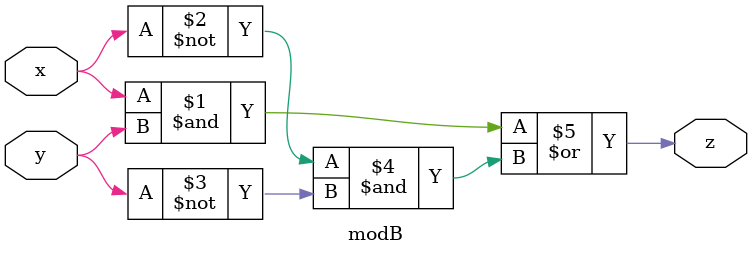
<source format=v>
module top_module (input x, input y, output z);
    wire za1, za2, zb1, zb2;
    modA instance1 (x, y, za1);
    modA instance2 (x, y, za2);
    modB instance3 (x, y, zb1);
    modB instance4 (x, y, zb2);

    assign z = ((za1 | zb1) ^ (za2 & zb2));
endmodule

module modA (
    input x,
    input y,
    output z
);
assign z = (x^y) & x;

endmodule
module modB (
    input x,
    input y,
    output z
);
assign z = (x & y) | (~x & ~y);
endmodule
</source>
